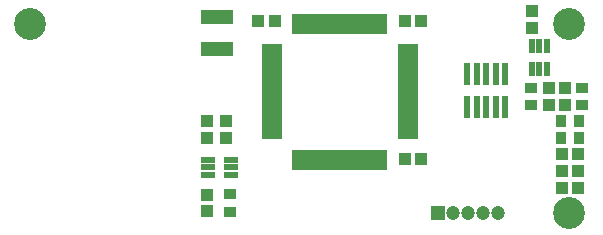
<source format=gbs>
G04*
G04 #@! TF.GenerationSoftware,Altium Limited,Altium Designer,19.1.5 (86)*
G04*
G04 Layer_Color=16711935*
%FSLAX25Y25*%
%MOIN*%
G70*
G01*
G75*
%ADD25R,0.04343X0.03950*%
%ADD26R,0.03950X0.04343*%
%ADD27C,0.04737*%
%ADD28R,0.04737X0.04737*%
%ADD29C,0.10642*%
%ADD48R,0.02375X0.04934*%
%ADD49R,0.01981X0.06607*%
%ADD50R,0.06607X0.01981*%
%ADD51R,0.03556X0.04343*%
%ADD52R,0.02400X0.07400*%
%ADD53R,0.11036X0.05131*%
%ADD54R,0.04934X0.02375*%
%ADD55R,0.04343X0.03556*%
D25*
X66929Y14173D02*
D03*
Y8661D02*
D03*
X66929Y33071D02*
D03*
Y38583D02*
D03*
X73228Y33071D02*
D03*
Y38583D02*
D03*
X175197Y69685D02*
D03*
Y75197D02*
D03*
X180709Y49606D02*
D03*
Y44095D02*
D03*
X186221Y49606D02*
D03*
Y44094D02*
D03*
X185039Y21901D02*
D03*
Y16389D02*
D03*
X190551Y21901D02*
D03*
Y16389D02*
D03*
D26*
X89370Y72047D02*
D03*
X83858D02*
D03*
X132677Y72047D02*
D03*
X138189D02*
D03*
X132677Y25984D02*
D03*
X138189D02*
D03*
X185039Y27559D02*
D03*
X190551D02*
D03*
D27*
X163661Y7874D02*
D03*
X158661D02*
D03*
X153661D02*
D03*
X148661D02*
D03*
D28*
X143661D02*
D03*
D29*
X187402D02*
D03*
Y70866D02*
D03*
X7874D02*
D03*
D48*
X180118Y63583D02*
D03*
X177559D02*
D03*
X175000D02*
D03*
Y56102D02*
D03*
X177559D02*
D03*
X180118D02*
D03*
D49*
X125787Y71016D02*
D03*
X123819D02*
D03*
X121850D02*
D03*
X119882D02*
D03*
X117913D02*
D03*
X115945D02*
D03*
X113976D02*
D03*
X112008D02*
D03*
X110039D02*
D03*
X108071D02*
D03*
X106102D02*
D03*
X104134D02*
D03*
X102165D02*
D03*
X100197D02*
D03*
X98228D02*
D03*
X96260D02*
D03*
Y25835D02*
D03*
X98228D02*
D03*
X100197D02*
D03*
X102165D02*
D03*
X104134D02*
D03*
X106102D02*
D03*
X108071D02*
D03*
X110039D02*
D03*
X112008D02*
D03*
X113976D02*
D03*
X115945D02*
D03*
X117913D02*
D03*
X119882D02*
D03*
X121850D02*
D03*
X123819D02*
D03*
X125787D02*
D03*
D50*
X88433Y63189D02*
D03*
Y61221D02*
D03*
Y59252D02*
D03*
Y57284D02*
D03*
Y55315D02*
D03*
Y53347D02*
D03*
Y51378D02*
D03*
Y49409D02*
D03*
Y47441D02*
D03*
Y45472D02*
D03*
Y43504D02*
D03*
Y41535D02*
D03*
Y39567D02*
D03*
Y37598D02*
D03*
Y35630D02*
D03*
Y33661D02*
D03*
X133614D02*
D03*
Y35630D02*
D03*
Y37598D02*
D03*
Y39567D02*
D03*
Y41535D02*
D03*
Y43504D02*
D03*
Y45472D02*
D03*
Y47441D02*
D03*
Y49409D02*
D03*
Y51378D02*
D03*
Y53347D02*
D03*
Y55315D02*
D03*
Y57284D02*
D03*
Y59252D02*
D03*
Y61221D02*
D03*
Y63189D02*
D03*
D51*
X190748Y33071D02*
D03*
X184843D02*
D03*
X190748Y38583D02*
D03*
X184843D02*
D03*
D52*
X166142Y43319D02*
D03*
Y54319D02*
D03*
X162993Y43319D02*
D03*
Y54319D02*
D03*
X159843Y43319D02*
D03*
Y54319D02*
D03*
X156693Y43319D02*
D03*
Y54319D02*
D03*
X153542Y43319D02*
D03*
Y54319D02*
D03*
D53*
X70079Y62795D02*
D03*
Y73425D02*
D03*
D54*
X67126Y25787D02*
D03*
Y23228D02*
D03*
Y20669D02*
D03*
X74606D02*
D03*
Y23228D02*
D03*
Y25787D02*
D03*
D55*
X74410Y14370D02*
D03*
Y8465D02*
D03*
X174803Y49803D02*
D03*
Y43898D02*
D03*
X191732Y49803D02*
D03*
Y43898D02*
D03*
M02*

</source>
